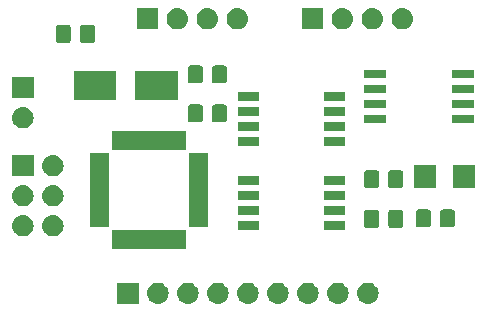
<source format=gts>
G04 #@! TF.GenerationSoftware,KiCad,Pcbnew,(5.1.2)-1*
G04 #@! TF.CreationDate,2019-05-20T21:13:43-04:00*
G04 #@! TF.ProjectId,DuinoClone,4475696e-6f43-46c6-9f6e-652e6b696361,1*
G04 #@! TF.SameCoordinates,Original*
G04 #@! TF.FileFunction,Soldermask,Top*
G04 #@! TF.FilePolarity,Negative*
%FSLAX46Y46*%
G04 Gerber Fmt 4.6, Leading zero omitted, Abs format (unit mm)*
G04 Created by KiCad (PCBNEW (5.1.2)-1) date 2019-05-20 21:13:43*
%MOMM*%
%LPD*%
G04 APERTURE LIST*
%ADD10C,0.100000*%
G04 APERTURE END LIST*
D10*
G36*
X112124443Y-107944519D02*
G01*
X112190627Y-107951037D01*
X112360466Y-108002557D01*
X112516991Y-108086222D01*
X112552729Y-108115552D01*
X112654186Y-108198814D01*
X112737448Y-108300271D01*
X112766778Y-108336009D01*
X112850443Y-108492534D01*
X112901963Y-108662373D01*
X112919359Y-108839000D01*
X112901963Y-109015627D01*
X112850443Y-109185466D01*
X112766778Y-109341991D01*
X112737448Y-109377729D01*
X112654186Y-109479186D01*
X112552729Y-109562448D01*
X112516991Y-109591778D01*
X112360466Y-109675443D01*
X112190627Y-109726963D01*
X112124442Y-109733482D01*
X112058260Y-109740000D01*
X111969740Y-109740000D01*
X111903558Y-109733482D01*
X111837373Y-109726963D01*
X111667534Y-109675443D01*
X111511009Y-109591778D01*
X111475271Y-109562448D01*
X111373814Y-109479186D01*
X111290552Y-109377729D01*
X111261222Y-109341991D01*
X111177557Y-109185466D01*
X111126037Y-109015627D01*
X111108641Y-108839000D01*
X111126037Y-108662373D01*
X111177557Y-108492534D01*
X111261222Y-108336009D01*
X111290552Y-108300271D01*
X111373814Y-108198814D01*
X111475271Y-108115552D01*
X111511009Y-108086222D01*
X111667534Y-108002557D01*
X111837373Y-107951037D01*
X111903557Y-107944519D01*
X111969740Y-107938000D01*
X112058260Y-107938000D01*
X112124443Y-107944519D01*
X112124443Y-107944519D01*
G37*
G36*
X109584443Y-107944519D02*
G01*
X109650627Y-107951037D01*
X109820466Y-108002557D01*
X109976991Y-108086222D01*
X110012729Y-108115552D01*
X110114186Y-108198814D01*
X110197448Y-108300271D01*
X110226778Y-108336009D01*
X110310443Y-108492534D01*
X110361963Y-108662373D01*
X110379359Y-108839000D01*
X110361963Y-109015627D01*
X110310443Y-109185466D01*
X110226778Y-109341991D01*
X110197448Y-109377729D01*
X110114186Y-109479186D01*
X110012729Y-109562448D01*
X109976991Y-109591778D01*
X109820466Y-109675443D01*
X109650627Y-109726963D01*
X109584442Y-109733482D01*
X109518260Y-109740000D01*
X109429740Y-109740000D01*
X109363558Y-109733482D01*
X109297373Y-109726963D01*
X109127534Y-109675443D01*
X108971009Y-109591778D01*
X108935271Y-109562448D01*
X108833814Y-109479186D01*
X108750552Y-109377729D01*
X108721222Y-109341991D01*
X108637557Y-109185466D01*
X108586037Y-109015627D01*
X108568641Y-108839000D01*
X108586037Y-108662373D01*
X108637557Y-108492534D01*
X108721222Y-108336009D01*
X108750552Y-108300271D01*
X108833814Y-108198814D01*
X108935271Y-108115552D01*
X108971009Y-108086222D01*
X109127534Y-108002557D01*
X109297373Y-107951037D01*
X109363557Y-107944519D01*
X109429740Y-107938000D01*
X109518260Y-107938000D01*
X109584443Y-107944519D01*
X109584443Y-107944519D01*
G37*
G36*
X92595000Y-109740000D02*
G01*
X90793000Y-109740000D01*
X90793000Y-107938000D01*
X92595000Y-107938000D01*
X92595000Y-109740000D01*
X92595000Y-109740000D01*
G37*
G36*
X94344443Y-107944519D02*
G01*
X94410627Y-107951037D01*
X94580466Y-108002557D01*
X94736991Y-108086222D01*
X94772729Y-108115552D01*
X94874186Y-108198814D01*
X94957448Y-108300271D01*
X94986778Y-108336009D01*
X95070443Y-108492534D01*
X95121963Y-108662373D01*
X95139359Y-108839000D01*
X95121963Y-109015627D01*
X95070443Y-109185466D01*
X94986778Y-109341991D01*
X94957448Y-109377729D01*
X94874186Y-109479186D01*
X94772729Y-109562448D01*
X94736991Y-109591778D01*
X94580466Y-109675443D01*
X94410627Y-109726963D01*
X94344442Y-109733482D01*
X94278260Y-109740000D01*
X94189740Y-109740000D01*
X94123558Y-109733482D01*
X94057373Y-109726963D01*
X93887534Y-109675443D01*
X93731009Y-109591778D01*
X93695271Y-109562448D01*
X93593814Y-109479186D01*
X93510552Y-109377729D01*
X93481222Y-109341991D01*
X93397557Y-109185466D01*
X93346037Y-109015627D01*
X93328641Y-108839000D01*
X93346037Y-108662373D01*
X93397557Y-108492534D01*
X93481222Y-108336009D01*
X93510552Y-108300271D01*
X93593814Y-108198814D01*
X93695271Y-108115552D01*
X93731009Y-108086222D01*
X93887534Y-108002557D01*
X94057373Y-107951037D01*
X94123557Y-107944519D01*
X94189740Y-107938000D01*
X94278260Y-107938000D01*
X94344443Y-107944519D01*
X94344443Y-107944519D01*
G37*
G36*
X96884443Y-107944519D02*
G01*
X96950627Y-107951037D01*
X97120466Y-108002557D01*
X97276991Y-108086222D01*
X97312729Y-108115552D01*
X97414186Y-108198814D01*
X97497448Y-108300271D01*
X97526778Y-108336009D01*
X97610443Y-108492534D01*
X97661963Y-108662373D01*
X97679359Y-108839000D01*
X97661963Y-109015627D01*
X97610443Y-109185466D01*
X97526778Y-109341991D01*
X97497448Y-109377729D01*
X97414186Y-109479186D01*
X97312729Y-109562448D01*
X97276991Y-109591778D01*
X97120466Y-109675443D01*
X96950627Y-109726963D01*
X96884442Y-109733482D01*
X96818260Y-109740000D01*
X96729740Y-109740000D01*
X96663558Y-109733482D01*
X96597373Y-109726963D01*
X96427534Y-109675443D01*
X96271009Y-109591778D01*
X96235271Y-109562448D01*
X96133814Y-109479186D01*
X96050552Y-109377729D01*
X96021222Y-109341991D01*
X95937557Y-109185466D01*
X95886037Y-109015627D01*
X95868641Y-108839000D01*
X95886037Y-108662373D01*
X95937557Y-108492534D01*
X96021222Y-108336009D01*
X96050552Y-108300271D01*
X96133814Y-108198814D01*
X96235271Y-108115552D01*
X96271009Y-108086222D01*
X96427534Y-108002557D01*
X96597373Y-107951037D01*
X96663557Y-107944519D01*
X96729740Y-107938000D01*
X96818260Y-107938000D01*
X96884443Y-107944519D01*
X96884443Y-107944519D01*
G37*
G36*
X101964443Y-107944519D02*
G01*
X102030627Y-107951037D01*
X102200466Y-108002557D01*
X102356991Y-108086222D01*
X102392729Y-108115552D01*
X102494186Y-108198814D01*
X102577448Y-108300271D01*
X102606778Y-108336009D01*
X102690443Y-108492534D01*
X102741963Y-108662373D01*
X102759359Y-108839000D01*
X102741963Y-109015627D01*
X102690443Y-109185466D01*
X102606778Y-109341991D01*
X102577448Y-109377729D01*
X102494186Y-109479186D01*
X102392729Y-109562448D01*
X102356991Y-109591778D01*
X102200466Y-109675443D01*
X102030627Y-109726963D01*
X101964442Y-109733482D01*
X101898260Y-109740000D01*
X101809740Y-109740000D01*
X101743558Y-109733482D01*
X101677373Y-109726963D01*
X101507534Y-109675443D01*
X101351009Y-109591778D01*
X101315271Y-109562448D01*
X101213814Y-109479186D01*
X101130552Y-109377729D01*
X101101222Y-109341991D01*
X101017557Y-109185466D01*
X100966037Y-109015627D01*
X100948641Y-108839000D01*
X100966037Y-108662373D01*
X101017557Y-108492534D01*
X101101222Y-108336009D01*
X101130552Y-108300271D01*
X101213814Y-108198814D01*
X101315271Y-108115552D01*
X101351009Y-108086222D01*
X101507534Y-108002557D01*
X101677373Y-107951037D01*
X101743557Y-107944519D01*
X101809740Y-107938000D01*
X101898260Y-107938000D01*
X101964443Y-107944519D01*
X101964443Y-107944519D01*
G37*
G36*
X104504443Y-107944519D02*
G01*
X104570627Y-107951037D01*
X104740466Y-108002557D01*
X104896991Y-108086222D01*
X104932729Y-108115552D01*
X105034186Y-108198814D01*
X105117448Y-108300271D01*
X105146778Y-108336009D01*
X105230443Y-108492534D01*
X105281963Y-108662373D01*
X105299359Y-108839000D01*
X105281963Y-109015627D01*
X105230443Y-109185466D01*
X105146778Y-109341991D01*
X105117448Y-109377729D01*
X105034186Y-109479186D01*
X104932729Y-109562448D01*
X104896991Y-109591778D01*
X104740466Y-109675443D01*
X104570627Y-109726963D01*
X104504442Y-109733482D01*
X104438260Y-109740000D01*
X104349740Y-109740000D01*
X104283558Y-109733482D01*
X104217373Y-109726963D01*
X104047534Y-109675443D01*
X103891009Y-109591778D01*
X103855271Y-109562448D01*
X103753814Y-109479186D01*
X103670552Y-109377729D01*
X103641222Y-109341991D01*
X103557557Y-109185466D01*
X103506037Y-109015627D01*
X103488641Y-108839000D01*
X103506037Y-108662373D01*
X103557557Y-108492534D01*
X103641222Y-108336009D01*
X103670552Y-108300271D01*
X103753814Y-108198814D01*
X103855271Y-108115552D01*
X103891009Y-108086222D01*
X104047534Y-108002557D01*
X104217373Y-107951037D01*
X104283557Y-107944519D01*
X104349740Y-107938000D01*
X104438260Y-107938000D01*
X104504443Y-107944519D01*
X104504443Y-107944519D01*
G37*
G36*
X107044443Y-107944519D02*
G01*
X107110627Y-107951037D01*
X107280466Y-108002557D01*
X107436991Y-108086222D01*
X107472729Y-108115552D01*
X107574186Y-108198814D01*
X107657448Y-108300271D01*
X107686778Y-108336009D01*
X107770443Y-108492534D01*
X107821963Y-108662373D01*
X107839359Y-108839000D01*
X107821963Y-109015627D01*
X107770443Y-109185466D01*
X107686778Y-109341991D01*
X107657448Y-109377729D01*
X107574186Y-109479186D01*
X107472729Y-109562448D01*
X107436991Y-109591778D01*
X107280466Y-109675443D01*
X107110627Y-109726963D01*
X107044442Y-109733482D01*
X106978260Y-109740000D01*
X106889740Y-109740000D01*
X106823558Y-109733482D01*
X106757373Y-109726963D01*
X106587534Y-109675443D01*
X106431009Y-109591778D01*
X106395271Y-109562448D01*
X106293814Y-109479186D01*
X106210552Y-109377729D01*
X106181222Y-109341991D01*
X106097557Y-109185466D01*
X106046037Y-109015627D01*
X106028641Y-108839000D01*
X106046037Y-108662373D01*
X106097557Y-108492534D01*
X106181222Y-108336009D01*
X106210552Y-108300271D01*
X106293814Y-108198814D01*
X106395271Y-108115552D01*
X106431009Y-108086222D01*
X106587534Y-108002557D01*
X106757373Y-107951037D01*
X106823557Y-107944519D01*
X106889740Y-107938000D01*
X106978260Y-107938000D01*
X107044443Y-107944519D01*
X107044443Y-107944519D01*
G37*
G36*
X99424443Y-107944519D02*
G01*
X99490627Y-107951037D01*
X99660466Y-108002557D01*
X99816991Y-108086222D01*
X99852729Y-108115552D01*
X99954186Y-108198814D01*
X100037448Y-108300271D01*
X100066778Y-108336009D01*
X100150443Y-108492534D01*
X100201963Y-108662373D01*
X100219359Y-108839000D01*
X100201963Y-109015627D01*
X100150443Y-109185466D01*
X100066778Y-109341991D01*
X100037448Y-109377729D01*
X99954186Y-109479186D01*
X99852729Y-109562448D01*
X99816991Y-109591778D01*
X99660466Y-109675443D01*
X99490627Y-109726963D01*
X99424442Y-109733482D01*
X99358260Y-109740000D01*
X99269740Y-109740000D01*
X99203558Y-109733482D01*
X99137373Y-109726963D01*
X98967534Y-109675443D01*
X98811009Y-109591778D01*
X98775271Y-109562448D01*
X98673814Y-109479186D01*
X98590552Y-109377729D01*
X98561222Y-109341991D01*
X98477557Y-109185466D01*
X98426037Y-109015627D01*
X98408641Y-108839000D01*
X98426037Y-108662373D01*
X98477557Y-108492534D01*
X98561222Y-108336009D01*
X98590552Y-108300271D01*
X98673814Y-108198814D01*
X98775271Y-108115552D01*
X98811009Y-108086222D01*
X98967534Y-108002557D01*
X99137373Y-107951037D01*
X99203557Y-107944519D01*
X99269740Y-107938000D01*
X99358260Y-107938000D01*
X99424443Y-107944519D01*
X99424443Y-107944519D01*
G37*
G36*
X96598000Y-105077000D02*
G01*
X90346000Y-105077000D01*
X90346000Y-103475000D01*
X96598000Y-103475000D01*
X96598000Y-105077000D01*
X96598000Y-105077000D01*
G37*
G36*
X85454443Y-102229519D02*
G01*
X85520627Y-102236037D01*
X85690466Y-102287557D01*
X85846991Y-102371222D01*
X85882729Y-102400552D01*
X85984186Y-102483814D01*
X86067448Y-102585271D01*
X86096778Y-102621009D01*
X86180443Y-102777534D01*
X86231963Y-102947373D01*
X86249359Y-103124000D01*
X86231963Y-103300627D01*
X86180443Y-103470466D01*
X86096778Y-103626991D01*
X86067448Y-103662729D01*
X85984186Y-103764186D01*
X85882729Y-103847448D01*
X85846991Y-103876778D01*
X85690466Y-103960443D01*
X85520627Y-104011963D01*
X85454443Y-104018481D01*
X85388260Y-104025000D01*
X85299740Y-104025000D01*
X85233557Y-104018481D01*
X85167373Y-104011963D01*
X84997534Y-103960443D01*
X84841009Y-103876778D01*
X84805271Y-103847448D01*
X84703814Y-103764186D01*
X84620552Y-103662729D01*
X84591222Y-103626991D01*
X84507557Y-103470466D01*
X84456037Y-103300627D01*
X84438641Y-103124000D01*
X84456037Y-102947373D01*
X84507557Y-102777534D01*
X84591222Y-102621009D01*
X84620552Y-102585271D01*
X84703814Y-102483814D01*
X84805271Y-102400552D01*
X84841009Y-102371222D01*
X84997534Y-102287557D01*
X85167373Y-102236037D01*
X85233557Y-102229519D01*
X85299740Y-102223000D01*
X85388260Y-102223000D01*
X85454443Y-102229519D01*
X85454443Y-102229519D01*
G37*
G36*
X82914443Y-102229519D02*
G01*
X82980627Y-102236037D01*
X83150466Y-102287557D01*
X83306991Y-102371222D01*
X83342729Y-102400552D01*
X83444186Y-102483814D01*
X83527448Y-102585271D01*
X83556778Y-102621009D01*
X83640443Y-102777534D01*
X83691963Y-102947373D01*
X83709359Y-103124000D01*
X83691963Y-103300627D01*
X83640443Y-103470466D01*
X83556778Y-103626991D01*
X83527448Y-103662729D01*
X83444186Y-103764186D01*
X83342729Y-103847448D01*
X83306991Y-103876778D01*
X83150466Y-103960443D01*
X82980627Y-104011963D01*
X82914443Y-104018481D01*
X82848260Y-104025000D01*
X82759740Y-104025000D01*
X82693557Y-104018481D01*
X82627373Y-104011963D01*
X82457534Y-103960443D01*
X82301009Y-103876778D01*
X82265271Y-103847448D01*
X82163814Y-103764186D01*
X82080552Y-103662729D01*
X82051222Y-103626991D01*
X81967557Y-103470466D01*
X81916037Y-103300627D01*
X81898641Y-103124000D01*
X81916037Y-102947373D01*
X81967557Y-102777534D01*
X82051222Y-102621009D01*
X82080552Y-102585271D01*
X82163814Y-102483814D01*
X82265271Y-102400552D01*
X82301009Y-102371222D01*
X82457534Y-102287557D01*
X82627373Y-102236037D01*
X82693557Y-102229519D01*
X82759740Y-102223000D01*
X82848260Y-102223000D01*
X82914443Y-102229519D01*
X82914443Y-102229519D01*
G37*
G36*
X102788000Y-103500000D02*
G01*
X100986000Y-103500000D01*
X100986000Y-102748000D01*
X102788000Y-102748000D01*
X102788000Y-103500000D01*
X102788000Y-103500000D01*
G37*
G36*
X110088000Y-103500000D02*
G01*
X108286000Y-103500000D01*
X108286000Y-102748000D01*
X110088000Y-102748000D01*
X110088000Y-103500000D01*
X110088000Y-103500000D01*
G37*
G36*
X112790674Y-101787465D02*
G01*
X112828367Y-101798899D01*
X112863103Y-101817466D01*
X112893548Y-101842452D01*
X112918534Y-101872897D01*
X112937101Y-101907633D01*
X112948535Y-101945326D01*
X112953000Y-101990661D01*
X112953000Y-103077339D01*
X112948535Y-103122674D01*
X112937101Y-103160367D01*
X112918534Y-103195103D01*
X112893548Y-103225548D01*
X112863103Y-103250534D01*
X112828367Y-103269101D01*
X112790674Y-103280535D01*
X112745339Y-103285000D01*
X111908661Y-103285000D01*
X111863326Y-103280535D01*
X111825633Y-103269101D01*
X111790897Y-103250534D01*
X111760452Y-103225548D01*
X111735466Y-103195103D01*
X111716899Y-103160367D01*
X111705465Y-103122674D01*
X111701000Y-103077339D01*
X111701000Y-101990661D01*
X111705465Y-101945326D01*
X111716899Y-101907633D01*
X111735466Y-101872897D01*
X111760452Y-101842452D01*
X111790897Y-101817466D01*
X111825633Y-101798899D01*
X111863326Y-101787465D01*
X111908661Y-101783000D01*
X112745339Y-101783000D01*
X112790674Y-101787465D01*
X112790674Y-101787465D01*
G37*
G36*
X114840674Y-101787465D02*
G01*
X114878367Y-101798899D01*
X114913103Y-101817466D01*
X114943548Y-101842452D01*
X114968534Y-101872897D01*
X114987101Y-101907633D01*
X114998535Y-101945326D01*
X115003000Y-101990661D01*
X115003000Y-103077339D01*
X114998535Y-103122674D01*
X114987101Y-103160367D01*
X114968534Y-103195103D01*
X114943548Y-103225548D01*
X114913103Y-103250534D01*
X114878367Y-103269101D01*
X114840674Y-103280535D01*
X114795339Y-103285000D01*
X113958661Y-103285000D01*
X113913326Y-103280535D01*
X113875633Y-103269101D01*
X113840897Y-103250534D01*
X113810452Y-103225548D01*
X113785466Y-103195103D01*
X113766899Y-103160367D01*
X113755465Y-103122674D01*
X113751000Y-103077339D01*
X113751000Y-101990661D01*
X113755465Y-101945326D01*
X113766899Y-101907633D01*
X113785466Y-101872897D01*
X113810452Y-101842452D01*
X113840897Y-101817466D01*
X113875633Y-101798899D01*
X113913326Y-101787465D01*
X113958661Y-101783000D01*
X114795339Y-101783000D01*
X114840674Y-101787465D01*
X114840674Y-101787465D01*
G37*
G36*
X119217674Y-101742465D02*
G01*
X119255367Y-101753899D01*
X119290103Y-101772466D01*
X119320548Y-101797452D01*
X119345534Y-101827897D01*
X119364101Y-101862633D01*
X119375535Y-101900326D01*
X119380000Y-101945661D01*
X119380000Y-103032339D01*
X119375535Y-103077674D01*
X119364101Y-103115367D01*
X119345534Y-103150103D01*
X119320548Y-103180548D01*
X119290103Y-103205534D01*
X119255367Y-103224101D01*
X119217674Y-103235535D01*
X119172339Y-103240000D01*
X118335661Y-103240000D01*
X118290326Y-103235535D01*
X118252633Y-103224101D01*
X118217897Y-103205534D01*
X118187452Y-103180548D01*
X118162466Y-103150103D01*
X118143899Y-103115367D01*
X118132465Y-103077674D01*
X118128000Y-103032339D01*
X118128000Y-101945661D01*
X118132465Y-101900326D01*
X118143899Y-101862633D01*
X118162466Y-101827897D01*
X118187452Y-101797452D01*
X118217897Y-101772466D01*
X118252633Y-101753899D01*
X118290326Y-101742465D01*
X118335661Y-101738000D01*
X119172339Y-101738000D01*
X119217674Y-101742465D01*
X119217674Y-101742465D01*
G37*
G36*
X117167674Y-101742465D02*
G01*
X117205367Y-101753899D01*
X117240103Y-101772466D01*
X117270548Y-101797452D01*
X117295534Y-101827897D01*
X117314101Y-101862633D01*
X117325535Y-101900326D01*
X117330000Y-101945661D01*
X117330000Y-103032339D01*
X117325535Y-103077674D01*
X117314101Y-103115367D01*
X117295534Y-103150103D01*
X117270548Y-103180548D01*
X117240103Y-103205534D01*
X117205367Y-103224101D01*
X117167674Y-103235535D01*
X117122339Y-103240000D01*
X116285661Y-103240000D01*
X116240326Y-103235535D01*
X116202633Y-103224101D01*
X116167897Y-103205534D01*
X116137452Y-103180548D01*
X116112466Y-103150103D01*
X116093899Y-103115367D01*
X116082465Y-103077674D01*
X116078000Y-103032339D01*
X116078000Y-101945661D01*
X116082465Y-101900326D01*
X116093899Y-101862633D01*
X116112466Y-101827897D01*
X116137452Y-101797452D01*
X116167897Y-101772466D01*
X116202633Y-101753899D01*
X116240326Y-101742465D01*
X116285661Y-101738000D01*
X117122339Y-101738000D01*
X117167674Y-101742465D01*
X117167674Y-101742465D01*
G37*
G36*
X98473000Y-103202000D02*
G01*
X96871000Y-103202000D01*
X96871000Y-96950000D01*
X98473000Y-96950000D01*
X98473000Y-103202000D01*
X98473000Y-103202000D01*
G37*
G36*
X90073000Y-103202000D02*
G01*
X88471000Y-103202000D01*
X88471000Y-96950000D01*
X90073000Y-96950000D01*
X90073000Y-103202000D01*
X90073000Y-103202000D01*
G37*
G36*
X110088000Y-102230000D02*
G01*
X108286000Y-102230000D01*
X108286000Y-101478000D01*
X110088000Y-101478000D01*
X110088000Y-102230000D01*
X110088000Y-102230000D01*
G37*
G36*
X102788000Y-102230000D02*
G01*
X100986000Y-102230000D01*
X100986000Y-101478000D01*
X102788000Y-101478000D01*
X102788000Y-102230000D01*
X102788000Y-102230000D01*
G37*
G36*
X85454442Y-99689518D02*
G01*
X85520627Y-99696037D01*
X85690466Y-99747557D01*
X85846991Y-99831222D01*
X85862686Y-99844103D01*
X85984186Y-99943814D01*
X86031937Y-100002000D01*
X86096778Y-100081009D01*
X86180443Y-100237534D01*
X86231963Y-100407373D01*
X86249359Y-100584000D01*
X86231963Y-100760627D01*
X86180443Y-100930466D01*
X86096778Y-101086991D01*
X86067448Y-101122729D01*
X85984186Y-101224186D01*
X85882729Y-101307448D01*
X85846991Y-101336778D01*
X85690466Y-101420443D01*
X85520627Y-101471963D01*
X85459331Y-101478000D01*
X85388260Y-101485000D01*
X85299740Y-101485000D01*
X85228669Y-101478000D01*
X85167373Y-101471963D01*
X84997534Y-101420443D01*
X84841009Y-101336778D01*
X84805271Y-101307448D01*
X84703814Y-101224186D01*
X84620552Y-101122729D01*
X84591222Y-101086991D01*
X84507557Y-100930466D01*
X84456037Y-100760627D01*
X84438641Y-100584000D01*
X84456037Y-100407373D01*
X84507557Y-100237534D01*
X84591222Y-100081009D01*
X84656063Y-100002000D01*
X84703814Y-99943814D01*
X84825314Y-99844103D01*
X84841009Y-99831222D01*
X84997534Y-99747557D01*
X85167373Y-99696037D01*
X85233558Y-99689518D01*
X85299740Y-99683000D01*
X85388260Y-99683000D01*
X85454442Y-99689518D01*
X85454442Y-99689518D01*
G37*
G36*
X82914442Y-99689518D02*
G01*
X82980627Y-99696037D01*
X83150466Y-99747557D01*
X83306991Y-99831222D01*
X83322686Y-99844103D01*
X83444186Y-99943814D01*
X83491937Y-100002000D01*
X83556778Y-100081009D01*
X83640443Y-100237534D01*
X83691963Y-100407373D01*
X83709359Y-100584000D01*
X83691963Y-100760627D01*
X83640443Y-100930466D01*
X83556778Y-101086991D01*
X83527448Y-101122729D01*
X83444186Y-101224186D01*
X83342729Y-101307448D01*
X83306991Y-101336778D01*
X83150466Y-101420443D01*
X82980627Y-101471963D01*
X82919331Y-101478000D01*
X82848260Y-101485000D01*
X82759740Y-101485000D01*
X82688669Y-101478000D01*
X82627373Y-101471963D01*
X82457534Y-101420443D01*
X82301009Y-101336778D01*
X82265271Y-101307448D01*
X82163814Y-101224186D01*
X82080552Y-101122729D01*
X82051222Y-101086991D01*
X81967557Y-100930466D01*
X81916037Y-100760627D01*
X81898641Y-100584000D01*
X81916037Y-100407373D01*
X81967557Y-100237534D01*
X82051222Y-100081009D01*
X82116063Y-100002000D01*
X82163814Y-99943814D01*
X82285314Y-99844103D01*
X82301009Y-99831222D01*
X82457534Y-99747557D01*
X82627373Y-99696037D01*
X82693558Y-99689518D01*
X82759740Y-99683000D01*
X82848260Y-99683000D01*
X82914442Y-99689518D01*
X82914442Y-99689518D01*
G37*
G36*
X110088000Y-100960000D02*
G01*
X108286000Y-100960000D01*
X108286000Y-100208000D01*
X110088000Y-100208000D01*
X110088000Y-100960000D01*
X110088000Y-100960000D01*
G37*
G36*
X102788000Y-100960000D02*
G01*
X100986000Y-100960000D01*
X100986000Y-100208000D01*
X102788000Y-100208000D01*
X102788000Y-100960000D01*
X102788000Y-100960000D01*
G37*
G36*
X114840674Y-98436465D02*
G01*
X114878367Y-98447899D01*
X114913103Y-98466466D01*
X114943548Y-98491452D01*
X114968534Y-98521897D01*
X114987101Y-98556633D01*
X114998535Y-98594326D01*
X115003000Y-98639661D01*
X115003000Y-99726339D01*
X114998535Y-99771674D01*
X114987101Y-99809367D01*
X114968534Y-99844103D01*
X114943548Y-99874548D01*
X114913103Y-99899534D01*
X114878367Y-99918101D01*
X114840674Y-99929535D01*
X114795339Y-99934000D01*
X113958661Y-99934000D01*
X113913326Y-99929535D01*
X113875633Y-99918101D01*
X113840897Y-99899534D01*
X113810452Y-99874548D01*
X113785466Y-99844103D01*
X113766899Y-99809367D01*
X113755465Y-99771674D01*
X113751000Y-99726339D01*
X113751000Y-98639661D01*
X113755465Y-98594326D01*
X113766899Y-98556633D01*
X113785466Y-98521897D01*
X113810452Y-98491452D01*
X113840897Y-98466466D01*
X113875633Y-98447899D01*
X113913326Y-98436465D01*
X113958661Y-98432000D01*
X114795339Y-98432000D01*
X114840674Y-98436465D01*
X114840674Y-98436465D01*
G37*
G36*
X112790674Y-98436465D02*
G01*
X112828367Y-98447899D01*
X112863103Y-98466466D01*
X112893548Y-98491452D01*
X112918534Y-98521897D01*
X112937101Y-98556633D01*
X112948535Y-98594326D01*
X112953000Y-98639661D01*
X112953000Y-99726339D01*
X112948535Y-99771674D01*
X112937101Y-99809367D01*
X112918534Y-99844103D01*
X112893548Y-99874548D01*
X112863103Y-99899534D01*
X112828367Y-99918101D01*
X112790674Y-99929535D01*
X112745339Y-99934000D01*
X111908661Y-99934000D01*
X111863326Y-99929535D01*
X111825633Y-99918101D01*
X111790897Y-99899534D01*
X111760452Y-99874548D01*
X111735466Y-99844103D01*
X111716899Y-99809367D01*
X111705465Y-99771674D01*
X111701000Y-99726339D01*
X111701000Y-98639661D01*
X111705465Y-98594326D01*
X111716899Y-98556633D01*
X111735466Y-98521897D01*
X111760452Y-98491452D01*
X111790897Y-98466466D01*
X111825633Y-98447899D01*
X111863326Y-98436465D01*
X111908661Y-98432000D01*
X112745339Y-98432000D01*
X112790674Y-98436465D01*
X112790674Y-98436465D01*
G37*
G36*
X121042000Y-99884000D02*
G01*
X119190000Y-99884000D01*
X119190000Y-97982000D01*
X121042000Y-97982000D01*
X121042000Y-99884000D01*
X121042000Y-99884000D01*
G37*
G36*
X117792000Y-99884000D02*
G01*
X115940000Y-99884000D01*
X115940000Y-97982000D01*
X117792000Y-97982000D01*
X117792000Y-99884000D01*
X117792000Y-99884000D01*
G37*
G36*
X110088000Y-99690000D02*
G01*
X108286000Y-99690000D01*
X108286000Y-98938000D01*
X110088000Y-98938000D01*
X110088000Y-99690000D01*
X110088000Y-99690000D01*
G37*
G36*
X102788000Y-99690000D02*
G01*
X100986000Y-99690000D01*
X100986000Y-98938000D01*
X102788000Y-98938000D01*
X102788000Y-99690000D01*
X102788000Y-99690000D01*
G37*
G36*
X83705000Y-98945000D02*
G01*
X81903000Y-98945000D01*
X81903000Y-97143000D01*
X83705000Y-97143000D01*
X83705000Y-98945000D01*
X83705000Y-98945000D01*
G37*
G36*
X85454443Y-97149519D02*
G01*
X85520627Y-97156037D01*
X85690466Y-97207557D01*
X85846991Y-97291222D01*
X85882729Y-97320552D01*
X85984186Y-97403814D01*
X86067448Y-97505271D01*
X86096778Y-97541009D01*
X86180443Y-97697534D01*
X86231963Y-97867373D01*
X86249359Y-98044000D01*
X86231963Y-98220627D01*
X86180443Y-98390466D01*
X86096778Y-98546991D01*
X86067448Y-98582729D01*
X85984186Y-98684186D01*
X85882729Y-98767448D01*
X85846991Y-98796778D01*
X85690466Y-98880443D01*
X85520627Y-98931963D01*
X85459331Y-98938000D01*
X85388260Y-98945000D01*
X85299740Y-98945000D01*
X85228669Y-98938000D01*
X85167373Y-98931963D01*
X84997534Y-98880443D01*
X84841009Y-98796778D01*
X84805271Y-98767448D01*
X84703814Y-98684186D01*
X84620552Y-98582729D01*
X84591222Y-98546991D01*
X84507557Y-98390466D01*
X84456037Y-98220627D01*
X84438641Y-98044000D01*
X84456037Y-97867373D01*
X84507557Y-97697534D01*
X84591222Y-97541009D01*
X84620552Y-97505271D01*
X84703814Y-97403814D01*
X84805271Y-97320552D01*
X84841009Y-97291222D01*
X84997534Y-97207557D01*
X85167373Y-97156037D01*
X85233557Y-97149519D01*
X85299740Y-97143000D01*
X85388260Y-97143000D01*
X85454443Y-97149519D01*
X85454443Y-97149519D01*
G37*
G36*
X96598000Y-96677000D02*
G01*
X90346000Y-96677000D01*
X90346000Y-95075000D01*
X96598000Y-95075000D01*
X96598000Y-96677000D01*
X96598000Y-96677000D01*
G37*
G36*
X102788000Y-96388000D02*
G01*
X100986000Y-96388000D01*
X100986000Y-95636000D01*
X102788000Y-95636000D01*
X102788000Y-96388000D01*
X102788000Y-96388000D01*
G37*
G36*
X110088000Y-96388000D02*
G01*
X108286000Y-96388000D01*
X108286000Y-95636000D01*
X110088000Y-95636000D01*
X110088000Y-96388000D01*
X110088000Y-96388000D01*
G37*
G36*
X110088000Y-95118000D02*
G01*
X108286000Y-95118000D01*
X108286000Y-94366000D01*
X110088000Y-94366000D01*
X110088000Y-95118000D01*
X110088000Y-95118000D01*
G37*
G36*
X102788000Y-95118000D02*
G01*
X100986000Y-95118000D01*
X100986000Y-94366000D01*
X102788000Y-94366000D01*
X102788000Y-95118000D01*
X102788000Y-95118000D01*
G37*
G36*
X82914443Y-93085519D02*
G01*
X82980627Y-93092037D01*
X83150466Y-93143557D01*
X83306991Y-93227222D01*
X83342729Y-93256552D01*
X83444186Y-93339814D01*
X83527448Y-93441271D01*
X83556778Y-93477009D01*
X83640443Y-93633534D01*
X83691963Y-93803373D01*
X83709359Y-93980000D01*
X83691963Y-94156627D01*
X83647218Y-94304131D01*
X83640442Y-94326468D01*
X83598611Y-94404728D01*
X83556778Y-94482991D01*
X83527448Y-94518729D01*
X83444186Y-94620186D01*
X83342729Y-94703448D01*
X83306991Y-94732778D01*
X83150466Y-94816443D01*
X82980627Y-94867963D01*
X82914443Y-94874481D01*
X82848260Y-94881000D01*
X82759740Y-94881000D01*
X82693557Y-94874481D01*
X82627373Y-94867963D01*
X82457534Y-94816443D01*
X82301009Y-94732778D01*
X82265271Y-94703448D01*
X82163814Y-94620186D01*
X82080552Y-94518729D01*
X82051222Y-94482991D01*
X82009389Y-94404728D01*
X81967558Y-94326468D01*
X81960782Y-94304131D01*
X81916037Y-94156627D01*
X81898641Y-93980000D01*
X81916037Y-93803373D01*
X81967557Y-93633534D01*
X82051222Y-93477009D01*
X82080552Y-93441271D01*
X82163814Y-93339814D01*
X82265271Y-93256552D01*
X82301009Y-93227222D01*
X82457534Y-93143557D01*
X82627373Y-93092037D01*
X82693557Y-93085519D01*
X82759740Y-93079000D01*
X82848260Y-93079000D01*
X82914443Y-93085519D01*
X82914443Y-93085519D01*
G37*
G36*
X113558000Y-94433000D02*
G01*
X111706000Y-94433000D01*
X111706000Y-93781000D01*
X113558000Y-93781000D01*
X113558000Y-94433000D01*
X113558000Y-94433000D01*
G37*
G36*
X120958000Y-94433000D02*
G01*
X119106000Y-94433000D01*
X119106000Y-93781000D01*
X120958000Y-93781000D01*
X120958000Y-94433000D01*
X120958000Y-94433000D01*
G37*
G36*
X97863674Y-92852465D02*
G01*
X97901367Y-92863899D01*
X97936103Y-92882466D01*
X97966548Y-92907452D01*
X97991534Y-92937897D01*
X98010101Y-92972633D01*
X98021535Y-93010326D01*
X98026000Y-93055661D01*
X98026000Y-94142339D01*
X98021535Y-94187674D01*
X98010101Y-94225367D01*
X97991534Y-94260103D01*
X97966548Y-94290548D01*
X97936103Y-94315534D01*
X97901367Y-94334101D01*
X97863674Y-94345535D01*
X97818339Y-94350000D01*
X96981661Y-94350000D01*
X96936326Y-94345535D01*
X96898633Y-94334101D01*
X96863897Y-94315534D01*
X96833452Y-94290548D01*
X96808466Y-94260103D01*
X96789899Y-94225367D01*
X96778465Y-94187674D01*
X96774000Y-94142339D01*
X96774000Y-93055661D01*
X96778465Y-93010326D01*
X96789899Y-92972633D01*
X96808466Y-92937897D01*
X96833452Y-92907452D01*
X96863897Y-92882466D01*
X96898633Y-92863899D01*
X96936326Y-92852465D01*
X96981661Y-92848000D01*
X97818339Y-92848000D01*
X97863674Y-92852465D01*
X97863674Y-92852465D01*
G37*
G36*
X99913674Y-92852465D02*
G01*
X99951367Y-92863899D01*
X99986103Y-92882466D01*
X100016548Y-92907452D01*
X100041534Y-92937897D01*
X100060101Y-92972633D01*
X100071535Y-93010326D01*
X100076000Y-93055661D01*
X100076000Y-94142339D01*
X100071535Y-94187674D01*
X100060101Y-94225367D01*
X100041534Y-94260103D01*
X100016548Y-94290548D01*
X99986103Y-94315534D01*
X99951367Y-94334101D01*
X99913674Y-94345535D01*
X99868339Y-94350000D01*
X99031661Y-94350000D01*
X98986326Y-94345535D01*
X98948633Y-94334101D01*
X98913897Y-94315534D01*
X98883452Y-94290548D01*
X98858466Y-94260103D01*
X98839899Y-94225367D01*
X98828465Y-94187674D01*
X98824000Y-94142339D01*
X98824000Y-93055661D01*
X98828465Y-93010326D01*
X98839899Y-92972633D01*
X98858466Y-92937897D01*
X98883452Y-92907452D01*
X98913897Y-92882466D01*
X98948633Y-92863899D01*
X98986326Y-92852465D01*
X99031661Y-92848000D01*
X99868339Y-92848000D01*
X99913674Y-92852465D01*
X99913674Y-92852465D01*
G37*
G36*
X102788000Y-93848000D02*
G01*
X100986000Y-93848000D01*
X100986000Y-93096000D01*
X102788000Y-93096000D01*
X102788000Y-93848000D01*
X102788000Y-93848000D01*
G37*
G36*
X110088000Y-93848000D02*
G01*
X108286000Y-93848000D01*
X108286000Y-93096000D01*
X110088000Y-93096000D01*
X110088000Y-93848000D01*
X110088000Y-93848000D01*
G37*
G36*
X120958000Y-93163000D02*
G01*
X119106000Y-93163000D01*
X119106000Y-92511000D01*
X120958000Y-92511000D01*
X120958000Y-93163000D01*
X120958000Y-93163000D01*
G37*
G36*
X113558000Y-93163000D02*
G01*
X111706000Y-93163000D01*
X111706000Y-92511000D01*
X113558000Y-92511000D01*
X113558000Y-93163000D01*
X113558000Y-93163000D01*
G37*
G36*
X102788000Y-92578000D02*
G01*
X100986000Y-92578000D01*
X100986000Y-91826000D01*
X102788000Y-91826000D01*
X102788000Y-92578000D01*
X102788000Y-92578000D01*
G37*
G36*
X110088000Y-92578000D02*
G01*
X108286000Y-92578000D01*
X108286000Y-91826000D01*
X110088000Y-91826000D01*
X110088000Y-92578000D01*
X110088000Y-92578000D01*
G37*
G36*
X90724000Y-92498000D02*
G01*
X87122000Y-92498000D01*
X87122000Y-89996000D01*
X90724000Y-89996000D01*
X90724000Y-92498000D01*
X90724000Y-92498000D01*
G37*
G36*
X95924000Y-92498000D02*
G01*
X92322000Y-92498000D01*
X92322000Y-89996000D01*
X95924000Y-89996000D01*
X95924000Y-92498000D01*
X95924000Y-92498000D01*
G37*
G36*
X83705000Y-92341000D02*
G01*
X81903000Y-92341000D01*
X81903000Y-90539000D01*
X83705000Y-90539000D01*
X83705000Y-92341000D01*
X83705000Y-92341000D01*
G37*
G36*
X120958000Y-91893000D02*
G01*
X119106000Y-91893000D01*
X119106000Y-91241000D01*
X120958000Y-91241000D01*
X120958000Y-91893000D01*
X120958000Y-91893000D01*
G37*
G36*
X113558000Y-91893000D02*
G01*
X111706000Y-91893000D01*
X111706000Y-91241000D01*
X113558000Y-91241000D01*
X113558000Y-91893000D01*
X113558000Y-91893000D01*
G37*
G36*
X99913674Y-89550465D02*
G01*
X99951367Y-89561899D01*
X99986103Y-89580466D01*
X100016548Y-89605452D01*
X100041534Y-89635897D01*
X100060101Y-89670633D01*
X100071535Y-89708326D01*
X100076000Y-89753661D01*
X100076000Y-90840339D01*
X100071535Y-90885674D01*
X100060101Y-90923367D01*
X100041534Y-90958103D01*
X100016548Y-90988548D01*
X99986103Y-91013534D01*
X99951367Y-91032101D01*
X99913674Y-91043535D01*
X99868339Y-91048000D01*
X99031661Y-91048000D01*
X98986326Y-91043535D01*
X98948633Y-91032101D01*
X98913897Y-91013534D01*
X98883452Y-90988548D01*
X98858466Y-90958103D01*
X98839899Y-90923367D01*
X98828465Y-90885674D01*
X98824000Y-90840339D01*
X98824000Y-89753661D01*
X98828465Y-89708326D01*
X98839899Y-89670633D01*
X98858466Y-89635897D01*
X98883452Y-89605452D01*
X98913897Y-89580466D01*
X98948633Y-89561899D01*
X98986326Y-89550465D01*
X99031661Y-89546000D01*
X99868339Y-89546000D01*
X99913674Y-89550465D01*
X99913674Y-89550465D01*
G37*
G36*
X97863674Y-89550465D02*
G01*
X97901367Y-89561899D01*
X97936103Y-89580466D01*
X97966548Y-89605452D01*
X97991534Y-89635897D01*
X98010101Y-89670633D01*
X98021535Y-89708326D01*
X98026000Y-89753661D01*
X98026000Y-90840339D01*
X98021535Y-90885674D01*
X98010101Y-90923367D01*
X97991534Y-90958103D01*
X97966548Y-90988548D01*
X97936103Y-91013534D01*
X97901367Y-91032101D01*
X97863674Y-91043535D01*
X97818339Y-91048000D01*
X96981661Y-91048000D01*
X96936326Y-91043535D01*
X96898633Y-91032101D01*
X96863897Y-91013534D01*
X96833452Y-90988548D01*
X96808466Y-90958103D01*
X96789899Y-90923367D01*
X96778465Y-90885674D01*
X96774000Y-90840339D01*
X96774000Y-89753661D01*
X96778465Y-89708326D01*
X96789899Y-89670633D01*
X96808466Y-89635897D01*
X96833452Y-89605452D01*
X96863897Y-89580466D01*
X96898633Y-89561899D01*
X96936326Y-89550465D01*
X96981661Y-89546000D01*
X97818339Y-89546000D01*
X97863674Y-89550465D01*
X97863674Y-89550465D01*
G37*
G36*
X120958000Y-90623000D02*
G01*
X119106000Y-90623000D01*
X119106000Y-89971000D01*
X120958000Y-89971000D01*
X120958000Y-90623000D01*
X120958000Y-90623000D01*
G37*
G36*
X113558000Y-90623000D02*
G01*
X111706000Y-90623000D01*
X111706000Y-89971000D01*
X113558000Y-89971000D01*
X113558000Y-90623000D01*
X113558000Y-90623000D01*
G37*
G36*
X88737674Y-86121465D02*
G01*
X88775367Y-86132899D01*
X88810103Y-86151466D01*
X88840548Y-86176452D01*
X88865534Y-86206897D01*
X88884101Y-86241633D01*
X88895535Y-86279326D01*
X88900000Y-86324661D01*
X88900000Y-87411339D01*
X88895535Y-87456674D01*
X88884101Y-87494367D01*
X88865534Y-87529103D01*
X88840548Y-87559548D01*
X88810103Y-87584534D01*
X88775367Y-87603101D01*
X88737674Y-87614535D01*
X88692339Y-87619000D01*
X87855661Y-87619000D01*
X87810326Y-87614535D01*
X87772633Y-87603101D01*
X87737897Y-87584534D01*
X87707452Y-87559548D01*
X87682466Y-87529103D01*
X87663899Y-87494367D01*
X87652465Y-87456674D01*
X87648000Y-87411339D01*
X87648000Y-86324661D01*
X87652465Y-86279326D01*
X87663899Y-86241633D01*
X87682466Y-86206897D01*
X87707452Y-86176452D01*
X87737897Y-86151466D01*
X87772633Y-86132899D01*
X87810326Y-86121465D01*
X87855661Y-86117000D01*
X88692339Y-86117000D01*
X88737674Y-86121465D01*
X88737674Y-86121465D01*
G37*
G36*
X86687674Y-86121465D02*
G01*
X86725367Y-86132899D01*
X86760103Y-86151466D01*
X86790548Y-86176452D01*
X86815534Y-86206897D01*
X86834101Y-86241633D01*
X86845535Y-86279326D01*
X86850000Y-86324661D01*
X86850000Y-87411339D01*
X86845535Y-87456674D01*
X86834101Y-87494367D01*
X86815534Y-87529103D01*
X86790548Y-87559548D01*
X86760103Y-87584534D01*
X86725367Y-87603101D01*
X86687674Y-87614535D01*
X86642339Y-87619000D01*
X85805661Y-87619000D01*
X85760326Y-87614535D01*
X85722633Y-87603101D01*
X85687897Y-87584534D01*
X85657452Y-87559548D01*
X85632466Y-87529103D01*
X85613899Y-87494367D01*
X85602465Y-87456674D01*
X85598000Y-87411339D01*
X85598000Y-86324661D01*
X85602465Y-86279326D01*
X85613899Y-86241633D01*
X85632466Y-86206897D01*
X85657452Y-86176452D01*
X85687897Y-86151466D01*
X85722633Y-86132899D01*
X85760326Y-86121465D01*
X85805661Y-86117000D01*
X86642339Y-86117000D01*
X86687674Y-86121465D01*
X86687674Y-86121465D01*
G37*
G36*
X108216000Y-86499000D02*
G01*
X106414000Y-86499000D01*
X106414000Y-84697000D01*
X108216000Y-84697000D01*
X108216000Y-86499000D01*
X108216000Y-86499000D01*
G37*
G36*
X115045443Y-84703519D02*
G01*
X115111627Y-84710037D01*
X115281466Y-84761557D01*
X115437991Y-84845222D01*
X115473729Y-84874552D01*
X115575186Y-84957814D01*
X115658448Y-85059271D01*
X115687778Y-85095009D01*
X115771443Y-85251534D01*
X115822963Y-85421373D01*
X115840359Y-85598000D01*
X115822963Y-85774627D01*
X115771443Y-85944466D01*
X115687778Y-86100991D01*
X115670975Y-86121465D01*
X115575186Y-86238186D01*
X115473729Y-86321448D01*
X115437991Y-86350778D01*
X115281466Y-86434443D01*
X115111627Y-86485963D01*
X115045442Y-86492482D01*
X114979260Y-86499000D01*
X114890740Y-86499000D01*
X114824558Y-86492482D01*
X114758373Y-86485963D01*
X114588534Y-86434443D01*
X114432009Y-86350778D01*
X114396271Y-86321448D01*
X114294814Y-86238186D01*
X114199025Y-86121465D01*
X114182222Y-86100991D01*
X114098557Y-85944466D01*
X114047037Y-85774627D01*
X114029641Y-85598000D01*
X114047037Y-85421373D01*
X114098557Y-85251534D01*
X114182222Y-85095009D01*
X114211552Y-85059271D01*
X114294814Y-84957814D01*
X114396271Y-84874552D01*
X114432009Y-84845222D01*
X114588534Y-84761557D01*
X114758373Y-84710037D01*
X114824557Y-84703519D01*
X114890740Y-84697000D01*
X114979260Y-84697000D01*
X115045443Y-84703519D01*
X115045443Y-84703519D01*
G37*
G36*
X112505443Y-84703519D02*
G01*
X112571627Y-84710037D01*
X112741466Y-84761557D01*
X112897991Y-84845222D01*
X112933729Y-84874552D01*
X113035186Y-84957814D01*
X113118448Y-85059271D01*
X113147778Y-85095009D01*
X113231443Y-85251534D01*
X113282963Y-85421373D01*
X113300359Y-85598000D01*
X113282963Y-85774627D01*
X113231443Y-85944466D01*
X113147778Y-86100991D01*
X113130975Y-86121465D01*
X113035186Y-86238186D01*
X112933729Y-86321448D01*
X112897991Y-86350778D01*
X112741466Y-86434443D01*
X112571627Y-86485963D01*
X112505442Y-86492482D01*
X112439260Y-86499000D01*
X112350740Y-86499000D01*
X112284558Y-86492482D01*
X112218373Y-86485963D01*
X112048534Y-86434443D01*
X111892009Y-86350778D01*
X111856271Y-86321448D01*
X111754814Y-86238186D01*
X111659025Y-86121465D01*
X111642222Y-86100991D01*
X111558557Y-85944466D01*
X111507037Y-85774627D01*
X111489641Y-85598000D01*
X111507037Y-85421373D01*
X111558557Y-85251534D01*
X111642222Y-85095009D01*
X111671552Y-85059271D01*
X111754814Y-84957814D01*
X111856271Y-84874552D01*
X111892009Y-84845222D01*
X112048534Y-84761557D01*
X112218373Y-84710037D01*
X112284557Y-84703519D01*
X112350740Y-84697000D01*
X112439260Y-84697000D01*
X112505443Y-84703519D01*
X112505443Y-84703519D01*
G37*
G36*
X109965443Y-84703519D02*
G01*
X110031627Y-84710037D01*
X110201466Y-84761557D01*
X110357991Y-84845222D01*
X110393729Y-84874552D01*
X110495186Y-84957814D01*
X110578448Y-85059271D01*
X110607778Y-85095009D01*
X110691443Y-85251534D01*
X110742963Y-85421373D01*
X110760359Y-85598000D01*
X110742963Y-85774627D01*
X110691443Y-85944466D01*
X110607778Y-86100991D01*
X110590975Y-86121465D01*
X110495186Y-86238186D01*
X110393729Y-86321448D01*
X110357991Y-86350778D01*
X110201466Y-86434443D01*
X110031627Y-86485963D01*
X109965442Y-86492482D01*
X109899260Y-86499000D01*
X109810740Y-86499000D01*
X109744558Y-86492482D01*
X109678373Y-86485963D01*
X109508534Y-86434443D01*
X109352009Y-86350778D01*
X109316271Y-86321448D01*
X109214814Y-86238186D01*
X109119025Y-86121465D01*
X109102222Y-86100991D01*
X109018557Y-85944466D01*
X108967037Y-85774627D01*
X108949641Y-85598000D01*
X108967037Y-85421373D01*
X109018557Y-85251534D01*
X109102222Y-85095009D01*
X109131552Y-85059271D01*
X109214814Y-84957814D01*
X109316271Y-84874552D01*
X109352009Y-84845222D01*
X109508534Y-84761557D01*
X109678373Y-84710037D01*
X109744557Y-84703519D01*
X109810740Y-84697000D01*
X109899260Y-84697000D01*
X109965443Y-84703519D01*
X109965443Y-84703519D01*
G37*
G36*
X101075443Y-84703519D02*
G01*
X101141627Y-84710037D01*
X101311466Y-84761557D01*
X101467991Y-84845222D01*
X101503729Y-84874552D01*
X101605186Y-84957814D01*
X101688448Y-85059271D01*
X101717778Y-85095009D01*
X101801443Y-85251534D01*
X101852963Y-85421373D01*
X101870359Y-85598000D01*
X101852963Y-85774627D01*
X101801443Y-85944466D01*
X101717778Y-86100991D01*
X101700975Y-86121465D01*
X101605186Y-86238186D01*
X101503729Y-86321448D01*
X101467991Y-86350778D01*
X101311466Y-86434443D01*
X101141627Y-86485963D01*
X101075442Y-86492482D01*
X101009260Y-86499000D01*
X100920740Y-86499000D01*
X100854558Y-86492482D01*
X100788373Y-86485963D01*
X100618534Y-86434443D01*
X100462009Y-86350778D01*
X100426271Y-86321448D01*
X100324814Y-86238186D01*
X100229025Y-86121465D01*
X100212222Y-86100991D01*
X100128557Y-85944466D01*
X100077037Y-85774627D01*
X100059641Y-85598000D01*
X100077037Y-85421373D01*
X100128557Y-85251534D01*
X100212222Y-85095009D01*
X100241552Y-85059271D01*
X100324814Y-84957814D01*
X100426271Y-84874552D01*
X100462009Y-84845222D01*
X100618534Y-84761557D01*
X100788373Y-84710037D01*
X100854557Y-84703519D01*
X100920740Y-84697000D01*
X101009260Y-84697000D01*
X101075443Y-84703519D01*
X101075443Y-84703519D01*
G37*
G36*
X98535443Y-84703519D02*
G01*
X98601627Y-84710037D01*
X98771466Y-84761557D01*
X98927991Y-84845222D01*
X98963729Y-84874552D01*
X99065186Y-84957814D01*
X99148448Y-85059271D01*
X99177778Y-85095009D01*
X99261443Y-85251534D01*
X99312963Y-85421373D01*
X99330359Y-85598000D01*
X99312963Y-85774627D01*
X99261443Y-85944466D01*
X99177778Y-86100991D01*
X99160975Y-86121465D01*
X99065186Y-86238186D01*
X98963729Y-86321448D01*
X98927991Y-86350778D01*
X98771466Y-86434443D01*
X98601627Y-86485963D01*
X98535442Y-86492482D01*
X98469260Y-86499000D01*
X98380740Y-86499000D01*
X98314558Y-86492482D01*
X98248373Y-86485963D01*
X98078534Y-86434443D01*
X97922009Y-86350778D01*
X97886271Y-86321448D01*
X97784814Y-86238186D01*
X97689025Y-86121465D01*
X97672222Y-86100991D01*
X97588557Y-85944466D01*
X97537037Y-85774627D01*
X97519641Y-85598000D01*
X97537037Y-85421373D01*
X97588557Y-85251534D01*
X97672222Y-85095009D01*
X97701552Y-85059271D01*
X97784814Y-84957814D01*
X97886271Y-84874552D01*
X97922009Y-84845222D01*
X98078534Y-84761557D01*
X98248373Y-84710037D01*
X98314557Y-84703519D01*
X98380740Y-84697000D01*
X98469260Y-84697000D01*
X98535443Y-84703519D01*
X98535443Y-84703519D01*
G37*
G36*
X95995443Y-84703519D02*
G01*
X96061627Y-84710037D01*
X96231466Y-84761557D01*
X96387991Y-84845222D01*
X96423729Y-84874552D01*
X96525186Y-84957814D01*
X96608448Y-85059271D01*
X96637778Y-85095009D01*
X96721443Y-85251534D01*
X96772963Y-85421373D01*
X96790359Y-85598000D01*
X96772963Y-85774627D01*
X96721443Y-85944466D01*
X96637778Y-86100991D01*
X96620975Y-86121465D01*
X96525186Y-86238186D01*
X96423729Y-86321448D01*
X96387991Y-86350778D01*
X96231466Y-86434443D01*
X96061627Y-86485963D01*
X95995442Y-86492482D01*
X95929260Y-86499000D01*
X95840740Y-86499000D01*
X95774558Y-86492482D01*
X95708373Y-86485963D01*
X95538534Y-86434443D01*
X95382009Y-86350778D01*
X95346271Y-86321448D01*
X95244814Y-86238186D01*
X95149025Y-86121465D01*
X95132222Y-86100991D01*
X95048557Y-85944466D01*
X94997037Y-85774627D01*
X94979641Y-85598000D01*
X94997037Y-85421373D01*
X95048557Y-85251534D01*
X95132222Y-85095009D01*
X95161552Y-85059271D01*
X95244814Y-84957814D01*
X95346271Y-84874552D01*
X95382009Y-84845222D01*
X95538534Y-84761557D01*
X95708373Y-84710037D01*
X95774557Y-84703519D01*
X95840740Y-84697000D01*
X95929260Y-84697000D01*
X95995443Y-84703519D01*
X95995443Y-84703519D01*
G37*
G36*
X94246000Y-86499000D02*
G01*
X92444000Y-86499000D01*
X92444000Y-84697000D01*
X94246000Y-84697000D01*
X94246000Y-86499000D01*
X94246000Y-86499000D01*
G37*
M02*

</source>
